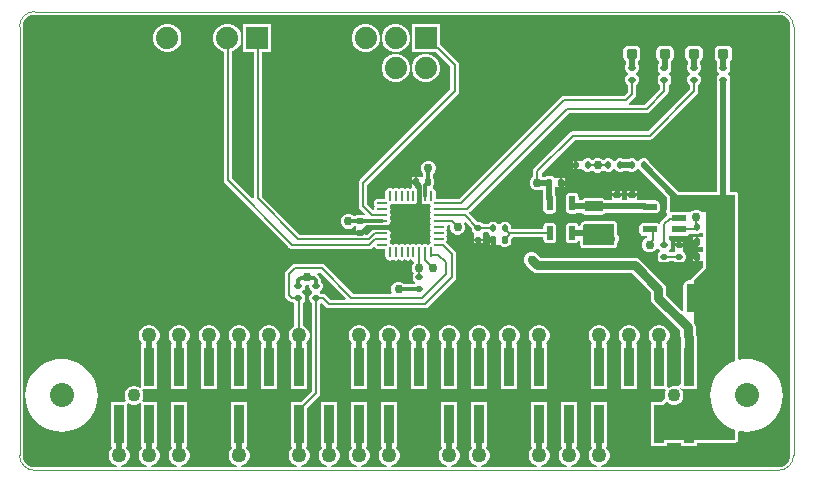
<source format=gtl>
G04*
G04 #@! TF.GenerationSoftware,Altium Limited,Altium Designer,22.2.1 (43)*
G04*
G04 Layer_Physical_Order=1*
G04 Layer_Color=255*
%FSLAX25Y25*%
%MOIN*%
G70*
G04*
G04 #@! TF.SameCoordinates,9D487286-0820-45C8-B7CC-BF608446F30D*
G04*
G04*
G04 #@! TF.FilePolarity,Positive*
G04*
G01*
G75*
%ADD15C,0.00800*%
%ADD17C,0.00100*%
G04:AMPARAMS|DCode=18|XSize=96.46mil|YSize=82.68mil|CornerRadius=8.27mil|HoleSize=0mil|Usage=FLASHONLY|Rotation=90.000|XOffset=0mil|YOffset=0mil|HoleType=Round|Shape=RoundedRectangle|*
%AMROUNDEDRECTD18*
21,1,0.09646,0.06614,0,0,90.0*
21,1,0.07992,0.08268,0,0,90.0*
1,1,0.01654,0.03307,0.03996*
1,1,0.01654,0.03307,-0.03996*
1,1,0.01654,-0.03307,-0.03996*
1,1,0.01654,-0.03307,0.03996*
%
%ADD18ROUNDEDRECTD18*%
G04:AMPARAMS|DCode=19|XSize=23.62mil|YSize=17.72mil|CornerRadius=4.43mil|HoleSize=0mil|Usage=FLASHONLY|Rotation=270.000|XOffset=0mil|YOffset=0mil|HoleType=Round|Shape=RoundedRectangle|*
%AMROUNDEDRECTD19*
21,1,0.02362,0.00886,0,0,270.0*
21,1,0.01476,0.01772,0,0,270.0*
1,1,0.00886,-0.00443,-0.00738*
1,1,0.00886,-0.00443,0.00738*
1,1,0.00886,0.00443,0.00738*
1,1,0.00886,0.00443,-0.00738*
%
%ADD19ROUNDEDRECTD19*%
G04:AMPARAMS|DCode=20|XSize=59.06mil|YSize=35.43mil|CornerRadius=1.77mil|HoleSize=0mil|Usage=FLASHONLY|Rotation=180.000|XOffset=0mil|YOffset=0mil|HoleType=Round|Shape=RoundedRectangle|*
%AMROUNDEDRECTD20*
21,1,0.05906,0.03189,0,0,180.0*
21,1,0.05551,0.03543,0,0,180.0*
1,1,0.00354,-0.02776,0.01595*
1,1,0.00354,0.02776,0.01595*
1,1,0.00354,0.02776,-0.01595*
1,1,0.00354,-0.02776,-0.01595*
%
%ADD20ROUNDEDRECTD20*%
G04:AMPARAMS|DCode=21|XSize=47.64mil|YSize=22.84mil|CornerRadius=2.85mil|HoleSize=0mil|Usage=FLASHONLY|Rotation=0.000|XOffset=0mil|YOffset=0mil|HoleType=Round|Shape=RoundedRectangle|*
%AMROUNDEDRECTD21*
21,1,0.04764,0.01713,0,0,0.0*
21,1,0.04193,0.02284,0,0,0.0*
1,1,0.00571,0.02097,-0.00856*
1,1,0.00571,-0.02097,-0.00856*
1,1,0.00571,-0.02097,0.00856*
1,1,0.00571,0.02097,0.00856*
%
%ADD21ROUNDEDRECTD21*%
G04:AMPARAMS|DCode=24|XSize=23.62mil|YSize=17.72mil|CornerRadius=4.43mil|HoleSize=0mil|Usage=FLASHONLY|Rotation=180.000|XOffset=0mil|YOffset=0mil|HoleType=Round|Shape=RoundedRectangle|*
%AMROUNDEDRECTD24*
21,1,0.02362,0.00886,0,0,180.0*
21,1,0.01476,0.01772,0,0,180.0*
1,1,0.00886,-0.00738,0.00443*
1,1,0.00886,0.00738,0.00443*
1,1,0.00886,0.00738,-0.00443*
1,1,0.00886,-0.00738,-0.00443*
%
%ADD24ROUNDEDRECTD24*%
G04:AMPARAMS|DCode=25|XSize=31.89mil|YSize=36.61mil|CornerRadius=4.78mil|HoleSize=0mil|Usage=FLASHONLY|Rotation=270.000|XOffset=0mil|YOffset=0mil|HoleType=Round|Shape=RoundedRectangle|*
%AMROUNDEDRECTD25*
21,1,0.03189,0.02705,0,0,270.0*
21,1,0.02232,0.03661,0,0,270.0*
1,1,0.00957,-0.01352,-0.01116*
1,1,0.00957,-0.01352,0.01116*
1,1,0.00957,0.01352,0.01116*
1,1,0.00957,0.01352,-0.01116*
%
%ADD25ROUNDEDRECTD25*%
%ADD26R,0.12205X0.12205*%
%ADD27O,0.03543X0.00984*%
%ADD28O,0.00984X0.03543*%
G04:AMPARAMS|DCode=29|XSize=47.64mil|YSize=22.84mil|CornerRadius=2.85mil|HoleSize=0mil|Usage=FLASHONLY|Rotation=90.000|XOffset=0mil|YOffset=0mil|HoleType=Round|Shape=RoundedRectangle|*
%AMROUNDEDRECTD29*
21,1,0.04764,0.01713,0,0,90.0*
21,1,0.04193,0.02284,0,0,90.0*
1,1,0.00571,0.00856,0.02097*
1,1,0.00571,0.00856,-0.02097*
1,1,0.00571,-0.00856,-0.02097*
1,1,0.00571,-0.00856,0.02097*
%
%ADD29ROUNDEDRECTD29*%
%ADD30R,0.03347X0.12795*%
G04:AMPARAMS|DCode=48|XSize=23.62mil|YSize=19.68mil|CornerRadius=4.92mil|HoleSize=0mil|Usage=FLASHONLY|Rotation=90.000|XOffset=0mil|YOffset=0mil|HoleType=Round|Shape=RoundedRectangle|*
%AMROUNDEDRECTD48*
21,1,0.02362,0.00984,0,0,90.0*
21,1,0.01378,0.01968,0,0,90.0*
1,1,0.00984,0.00492,0.00689*
1,1,0.00984,0.00492,-0.00689*
1,1,0.00984,-0.00492,-0.00689*
1,1,0.00984,-0.00492,0.00689*
%
%ADD48ROUNDEDRECTD48*%
G04:AMPARAMS|DCode=49|XSize=23.62mil|YSize=19.68mil|CornerRadius=4.92mil|HoleSize=0mil|Usage=FLASHONLY|Rotation=0.000|XOffset=0mil|YOffset=0mil|HoleType=Round|Shape=RoundedRectangle|*
%AMROUNDEDRECTD49*
21,1,0.02362,0.00984,0,0,0.0*
21,1,0.01378,0.01968,0,0,0.0*
1,1,0.00984,0.00689,-0.00492*
1,1,0.00984,-0.00689,-0.00492*
1,1,0.00984,-0.00689,0.00492*
1,1,0.00984,0.00689,0.00492*
%
%ADD49ROUNDEDRECTD49*%
%ADD50C,0.01500*%
%ADD51C,0.02000*%
%ADD52C,0.03000*%
%ADD53C,0.01200*%
%ADD54C,0.01968*%
%ADD55C,0.07400*%
%ADD56R,0.07400X0.07400*%
%ADD57C,0.08000*%
%ADD58C,0.04291*%
%ADD59C,0.03000*%
%ADD60C,0.05000*%
G36*
X354031Y251801D02*
X354992Y251403D01*
X355817Y250770D01*
X356450Y249945D01*
X356848Y248984D01*
X356979Y247990D01*
X356975Y247953D01*
Y105000D01*
X356979Y104963D01*
X356848Y103969D01*
X356450Y103008D01*
X355817Y102183D01*
X354992Y101550D01*
X354031Y101152D01*
X353037Y101021D01*
X353000Y101025D01*
X293795D01*
X293729Y101525D01*
X294524Y101739D01*
X295322Y102199D01*
X295974Y102851D01*
X296435Y103649D01*
X296673Y104539D01*
Y105461D01*
X296435Y106351D01*
X295974Y107149D01*
X295568Y107555D01*
X295775Y108055D01*
X295847D01*
Y122850D01*
X290500D01*
Y108055D01*
X290571D01*
X290779Y107555D01*
X290372Y107149D01*
X289912Y106351D01*
X289673Y105461D01*
Y104539D01*
X289912Y103649D01*
X290372Y102851D01*
X291024Y102199D01*
X291822Y101739D01*
X292617Y101525D01*
X292551Y101025D01*
X283795D01*
X283729Y101525D01*
X284524Y101739D01*
X285322Y102199D01*
X285974Y102851D01*
X286435Y103649D01*
X286673Y104539D01*
Y105461D01*
X286435Y106351D01*
X285974Y107149D01*
X285568Y107555D01*
X285775Y108055D01*
X285846D01*
Y122850D01*
X280500D01*
Y108055D01*
X280572D01*
X280779Y107555D01*
X280373Y107149D01*
X279912Y106351D01*
X279673Y105461D01*
Y104539D01*
X279912Y103649D01*
X280373Y102851D01*
X281024Y102199D01*
X281822Y101739D01*
X282617Y101525D01*
X282551Y101025D01*
X273795D01*
X273729Y101525D01*
X274524Y101739D01*
X275322Y102199D01*
X275974Y102851D01*
X276435Y103649D01*
X276673Y104539D01*
Y105461D01*
X276435Y106351D01*
X275974Y107149D01*
X275568Y107555D01*
X275775Y108055D01*
X275847D01*
Y122850D01*
X270500D01*
Y108055D01*
X270571D01*
X270779Y107555D01*
X270373Y107149D01*
X269912Y106351D01*
X269673Y105461D01*
Y104539D01*
X269912Y103649D01*
X270373Y102851D01*
X271024Y102199D01*
X271822Y101739D01*
X272617Y101525D01*
X272551Y101025D01*
X253795D01*
X253729Y101525D01*
X254524Y101739D01*
X255322Y102199D01*
X255974Y102851D01*
X256435Y103649D01*
X256673Y104539D01*
Y105461D01*
X256435Y106351D01*
X255974Y107149D01*
X255568Y107555D01*
X255775Y108055D01*
X255847D01*
Y122850D01*
X250500D01*
Y108055D01*
X250571D01*
X250779Y107555D01*
X250373Y107149D01*
X249912Y106351D01*
X249673Y105461D01*
Y104539D01*
X249912Y103649D01*
X250373Y102851D01*
X251024Y102199D01*
X251822Y101739D01*
X252617Y101525D01*
X252551Y101025D01*
X243795D01*
X243729Y101525D01*
X244524Y101739D01*
X245322Y102199D01*
X245974Y102851D01*
X246435Y103649D01*
X246673Y104539D01*
Y105461D01*
X246435Y106351D01*
X245974Y107149D01*
X245568Y107555D01*
X245775Y108055D01*
X245847D01*
Y122850D01*
X240500D01*
Y108055D01*
X240571D01*
X240779Y107555D01*
X240372Y107149D01*
X239912Y106351D01*
X239673Y105461D01*
Y104539D01*
X239912Y103649D01*
X240372Y102851D01*
X241024Y102199D01*
X241822Y101739D01*
X242617Y101525D01*
X242551Y101025D01*
X223795D01*
X223729Y101525D01*
X224524Y101739D01*
X225322Y102199D01*
X225974Y102851D01*
X226435Y103649D01*
X226673Y104539D01*
Y105461D01*
X226435Y106351D01*
X225974Y107149D01*
X225568Y107555D01*
X225775Y108055D01*
X225847D01*
Y122850D01*
X220500D01*
Y108055D01*
X220571D01*
X220779Y107555D01*
X220373Y107149D01*
X219912Y106351D01*
X219673Y105461D01*
Y104539D01*
X219912Y103649D01*
X220373Y102851D01*
X221024Y102199D01*
X221822Y101739D01*
X222617Y101525D01*
X222551Y101025D01*
X213795D01*
X213729Y101525D01*
X214524Y101739D01*
X215322Y102199D01*
X215974Y102851D01*
X216435Y103649D01*
X216673Y104539D01*
Y105461D01*
X216435Y106351D01*
X215974Y107149D01*
X215568Y107555D01*
X215775Y108055D01*
X215846D01*
Y122850D01*
X210500D01*
Y108055D01*
X210572D01*
X210779Y107555D01*
X210372Y107149D01*
X209912Y106351D01*
X209673Y105461D01*
Y104539D01*
X209912Y103649D01*
X210372Y102851D01*
X211024Y102199D01*
X211822Y101739D01*
X212617Y101525D01*
X212551Y101025D01*
X203795D01*
X203729Y101525D01*
X204524Y101739D01*
X205322Y102199D01*
X205974Y102851D01*
X206435Y103649D01*
X206673Y104539D01*
Y105461D01*
X206435Y106351D01*
X205974Y107149D01*
X205568Y107555D01*
X205775Y108055D01*
X205847D01*
Y122850D01*
X200500D01*
Y108055D01*
X200571D01*
X200779Y107555D01*
X200373Y107149D01*
X199912Y106351D01*
X199673Y105461D01*
Y104539D01*
X199912Y103649D01*
X200373Y102851D01*
X201024Y102199D01*
X201822Y101739D01*
X202617Y101525D01*
X202551Y101025D01*
X193795D01*
X193729Y101525D01*
X194524Y101739D01*
X195322Y102199D01*
X195974Y102851D01*
X196435Y103649D01*
X196673Y104539D01*
Y105461D01*
X196435Y106351D01*
X195974Y107149D01*
X195568Y107555D01*
X195775Y108055D01*
X195846D01*
Y120832D01*
X199828Y124813D01*
X199828Y124813D01*
X200138Y125277D01*
X200246Y125823D01*
X200246Y125823D01*
Y155610D01*
X200686Y155877D01*
X202061Y154502D01*
X202061Y154502D01*
X202524Y154193D01*
X203070Y154084D01*
X203070Y154084D01*
X235236D01*
X235236Y154084D01*
X235783Y154193D01*
X236246Y154502D01*
X245104Y163361D01*
X245104Y163361D01*
X245413Y163824D01*
X245522Y164370D01*
X245522Y164370D01*
Y172244D01*
X245413Y172790D01*
X245104Y173253D01*
X245104Y173254D01*
X242186Y176171D01*
X242161Y176299D01*
X242350Y176583D01*
X242466Y177165D01*
X242350Y177748D01*
X242082Y178150D01*
X242350Y178552D01*
X242466Y179134D01*
X242350Y179716D01*
X242082Y180118D01*
X242350Y180520D01*
X242466Y181102D01*
X242436Y181257D01*
X242753Y181643D01*
X243503D01*
X243563Y181584D01*
Y180605D01*
X243944Y179686D01*
X244647Y178983D01*
X245566Y178602D01*
X246560D01*
X247479Y178983D01*
X248182Y179686D01*
X248563Y180605D01*
Y181600D01*
X248182Y182518D01*
X248556Y182822D01*
X250743Y180636D01*
Y180297D01*
X250855Y179734D01*
X251174Y179257D01*
X251575Y178989D01*
Y177264D01*
X254331D01*
Y178989D01*
X254731Y179257D01*
X254758Y179297D01*
X256114D01*
X256359Y178930D01*
X256564Y178793D01*
X256693Y178347D01*
X256693Y178152D01*
Y177510D01*
X257480D01*
X257480Y178185D01*
X257874Y178408D01*
X258268Y178185D01*
Y175197D01*
X260116D01*
X260243Y175007D01*
X260737Y174677D01*
X261319Y174561D01*
X262303D01*
X262885Y174677D01*
X263379Y175007D01*
X263709Y175501D01*
X263825Y176083D01*
Y177013D01*
X264174Y177363D01*
X264391Y177687D01*
X274605D01*
Y177018D01*
X274705Y176516D01*
X274989Y176091D01*
X275414Y175807D01*
X275915Y175707D01*
X277628D01*
X278130Y175807D01*
X278555Y176091D01*
X278839Y176516D01*
X278939Y177018D01*
Y181211D01*
X278839Y181712D01*
X278555Y182137D01*
X278130Y182422D01*
X277628Y182521D01*
X275915D01*
X275414Y182422D01*
X274989Y182137D01*
X274705Y181712D01*
X274605Y181211D01*
Y180542D01*
X263757D01*
Y181447D01*
X263645Y182010D01*
X263326Y182487D01*
X262848Y182806D01*
X262285Y182918D01*
X261400D01*
X260837Y182806D01*
X260359Y182487D01*
X260092Y182087D01*
X259593D01*
X259326Y182487D01*
X258848Y182806D01*
X258285Y182918D01*
X257400D01*
X256837Y182806D01*
X256359Y182487D01*
X256135Y182152D01*
X254779D01*
X254731Y182223D01*
X254254Y182542D01*
X253691Y182654D01*
X252762D01*
X249940Y185477D01*
X249989Y185974D01*
X250025Y185998D01*
X283072Y219045D01*
X309055D01*
X309055Y219045D01*
X309601Y219154D01*
X310065Y219463D01*
X315970Y225369D01*
X315970Y225369D01*
X316279Y225832D01*
X316388Y226378D01*
Y228566D01*
X316739Y228800D01*
X317058Y229278D01*
X317170Y229840D01*
Y230726D01*
X317058Y231289D01*
X316739Y231767D01*
X316339Y232034D01*
Y232533D01*
X316739Y232800D01*
X317058Y233278D01*
X317170Y233840D01*
Y234184D01*
X317220Y234437D01*
Y236352D01*
X317599Y236605D01*
X317926Y237094D01*
X318041Y237671D01*
Y239903D01*
X317926Y240480D01*
X317599Y240969D01*
X317110Y241296D01*
X316533Y241411D01*
X313829D01*
X313252Y241296D01*
X312763Y240969D01*
X312436Y240480D01*
X312321Y239903D01*
Y237671D01*
X312436Y237094D01*
X312763Y236605D01*
X313142Y236352D01*
Y235706D01*
X312863Y235289D01*
X312751Y234726D01*
Y233840D01*
X312863Y233278D01*
X313182Y232800D01*
X313583Y232533D01*
Y232034D01*
X313182Y231767D01*
X312863Y231289D01*
X312751Y230726D01*
Y229840D01*
X312863Y229278D01*
X313182Y228800D01*
X313533Y228566D01*
Y226969D01*
X308464Y221900D01*
X303303D01*
X303151Y222400D01*
X303175Y222416D01*
X305143Y224384D01*
X305453Y224847D01*
X305561Y225394D01*
X305561Y225394D01*
Y228566D01*
X305912Y228800D01*
X306231Y229278D01*
X306343Y229840D01*
Y230726D01*
X306231Y231289D01*
X305912Y231767D01*
X305512Y232034D01*
Y232533D01*
X305912Y232800D01*
X306231Y233278D01*
X306343Y233840D01*
Y234726D01*
X306231Y235289D01*
X306173Y235377D01*
Y236502D01*
X306552Y236755D01*
X306879Y237244D01*
X306994Y237821D01*
Y240053D01*
X306879Y240630D01*
X306552Y241119D01*
X306063Y241446D01*
X305486Y241560D01*
X302782D01*
X302205Y241446D01*
X301716Y241119D01*
X301389Y240630D01*
X301274Y240053D01*
Y237821D01*
X301389Y237244D01*
X301716Y236755D01*
X302095Y236502D01*
Y235377D01*
X302036Y235289D01*
X301924Y234726D01*
Y233840D01*
X302036Y233278D01*
X302355Y232800D01*
X302756Y232533D01*
Y232034D01*
X302355Y231767D01*
X302036Y231289D01*
X301924Y230726D01*
Y229840D01*
X302036Y229278D01*
X302355Y228800D01*
X302706Y228566D01*
Y225985D01*
X301574Y224853D01*
X281496D01*
X281496Y224853D01*
X280950Y224744D01*
X280487Y224434D01*
X280487Y224434D01*
X246456Y190404D01*
X241417D01*
X240945Y190498D01*
X238726D01*
Y192717D01*
X238610Y193299D01*
X238281Y193792D01*
X237899Y194047D01*
X237783Y194161D01*
X237740Y194641D01*
X237894Y194871D01*
X238010Y195453D01*
Y196831D01*
X237894Y197413D01*
X237740Y197644D01*
Y198771D01*
X238340Y199371D01*
X238720Y200290D01*
Y201285D01*
X238340Y202203D01*
X237637Y202907D01*
X236718Y203287D01*
X235723D01*
X234804Y202907D01*
X234101Y202203D01*
X233720Y201285D01*
Y200290D01*
X234101Y199371D01*
X234477Y198995D01*
Y197939D01*
X234428Y197906D01*
X234301Y197716D01*
X232453D01*
Y194567D01*
X233605D01*
Y191437D01*
X233715Y190884D01*
Y190157D01*
X233831Y189575D01*
X234160Y189082D01*
X234654Y188752D01*
X235236Y188636D01*
X235818Y188752D01*
X236221Y189021D01*
X236623Y188752D01*
X236921Y188693D01*
X236980Y188394D01*
X237249Y187992D01*
X236980Y187590D01*
X236864Y187008D01*
X236980Y186426D01*
X237249Y186024D01*
X236980Y185622D01*
X236864Y185039D01*
X236980Y184457D01*
X237249Y184055D01*
X236980Y183653D01*
X236864Y183071D01*
X236980Y182489D01*
X237249Y182087D01*
X236980Y181685D01*
X236864Y181102D01*
X236980Y180520D01*
X237249Y180118D01*
X236980Y179716D01*
X236864Y179134D01*
X236980Y178552D01*
X237249Y178150D01*
X236980Y177748D01*
X236864Y177165D01*
X236980Y176583D01*
X237249Y176181D01*
X236980Y175779D01*
X236921Y175481D01*
X236623Y175421D01*
X236221Y175153D01*
X235818Y175421D01*
X235236Y175537D01*
X234654Y175421D01*
X234252Y175153D01*
X233850Y175421D01*
X233268Y175537D01*
X232685Y175421D01*
X232283Y175153D01*
X231881Y175421D01*
X231299Y175537D01*
X230717Y175421D01*
X230315Y175153D01*
X229913Y175421D01*
X229331Y175537D01*
X228748Y175421D01*
X228346Y175153D01*
X227944Y175421D01*
X227362Y175537D01*
X226780Y175421D01*
X226378Y175153D01*
X225976Y175421D01*
X225394Y175537D01*
X224812Y175421D01*
X224410Y175153D01*
X224007Y175421D01*
X223709Y175481D01*
X223650Y175779D01*
X223381Y176181D01*
X223650Y176583D01*
X223765Y177165D01*
X223650Y177748D01*
X223381Y178150D01*
X223650Y178552D01*
X223765Y179134D01*
X223650Y179716D01*
X223320Y180210D01*
X222826Y180539D01*
X222244Y180655D01*
X219685D01*
X219103Y180539D01*
X219083Y180526D01*
X218469D01*
X217922Y180417D01*
X217459Y180108D01*
X217459Y180108D01*
X215944Y178593D01*
X215158D01*
Y178740D01*
X214321D01*
Y178577D01*
X212844D01*
Y178740D01*
X212008D01*
Y178577D01*
X210709D01*
X210630Y178593D01*
X210630Y178593D01*
X193505D01*
X180876Y191221D01*
Y239394D01*
X183991D01*
Y248795D01*
X174591D01*
Y239394D01*
X178021D01*
Y190846D01*
X177521Y190639D01*
X170876Y197284D01*
Y239653D01*
X171106Y239715D01*
X172177Y240334D01*
X173052Y241209D01*
X173671Y242280D01*
X173991Y243476D01*
Y244713D01*
X173671Y245909D01*
X173052Y246980D01*
X172177Y247855D01*
X171106Y248474D01*
X169910Y248795D01*
X168673D01*
X167477Y248474D01*
X166405Y247855D01*
X165530Y246980D01*
X164912Y245909D01*
X164591Y244713D01*
Y243476D01*
X164912Y242280D01*
X165530Y241209D01*
X166405Y240334D01*
X167477Y239715D01*
X168021Y239569D01*
Y196693D01*
X168021Y196693D01*
X168130Y196147D01*
X168439Y195684D01*
X189936Y174188D01*
X190399Y173878D01*
X190945Y173769D01*
X190945Y173769D01*
X216547D01*
X216547Y173769D01*
X217093Y173878D01*
X217556Y174188D01*
X217838Y174469D01*
X218444Y174368D01*
X218609Y174121D01*
X219103Y173791D01*
X219685Y173676D01*
X221904D01*
Y171457D01*
X222020Y170875D01*
X222349Y170381D01*
X222843Y170051D01*
X223425Y169935D01*
X224007Y170051D01*
X224410Y170320D01*
X224812Y170051D01*
X225394Y169935D01*
X225976Y170051D01*
X226378Y170320D01*
X226780Y170051D01*
X227362Y169935D01*
X227944Y170051D01*
X228346Y170320D01*
X228748Y170051D01*
X229331Y169935D01*
X229913Y170051D01*
X230315Y170320D01*
X230717Y170051D01*
X231299Y169935D01*
X231625Y169525D01*
X231637Y169228D01*
X231148Y168739D01*
X230768Y167820D01*
Y166825D01*
X231148Y165907D01*
X231362Y165693D01*
X231170Y165408D01*
X231058Y164845D01*
Y163959D01*
X231170Y163396D01*
X231489Y162918D01*
X231890Y162651D01*
Y162152D01*
X231711Y162033D01*
X228314D01*
X227794Y162552D01*
X226875Y162933D01*
X225881D01*
X224962Y162552D01*
X224259Y161849D01*
X223878Y160930D01*
Y159936D01*
X224097Y159408D01*
X223763Y158908D01*
X211221D01*
X201797Y168332D01*
X201334Y168642D01*
X200787Y168750D01*
X200787Y168750D01*
X191929D01*
X191929Y168750D01*
X191383Y168642D01*
X190920Y168332D01*
X188951Y166364D01*
X188642Y165901D01*
X188533Y165354D01*
X188533Y165354D01*
Y158465D01*
X188533Y158465D01*
X188642Y157918D01*
X188951Y157455D01*
X189967Y156439D01*
X189967Y156439D01*
X190430Y156130D01*
X190976Y156021D01*
X190976Y156021D01*
X191098D01*
X191135Y155966D01*
X191612Y155647D01*
X191616Y155646D01*
Y148142D01*
X191024Y147801D01*
X190373Y147149D01*
X189912Y146351D01*
X189673Y145461D01*
Y144539D01*
X189912Y143649D01*
X190373Y142851D01*
X190779Y142445D01*
X190571Y141945D01*
X190500D01*
Y127150D01*
X195846D01*
Y141945D01*
X195775D01*
X195568Y142445D01*
X195974Y142851D01*
X196435Y143649D01*
X196673Y144539D01*
Y145461D01*
X196435Y146351D01*
X195974Y147149D01*
X195322Y147801D01*
X194524Y148261D01*
X194471Y148276D01*
Y155818D01*
X194692Y155966D01*
X195011Y156443D01*
X195123Y157006D01*
Y157892D01*
X195011Y158455D01*
X194692Y158932D01*
X194291Y159200D01*
Y159698D01*
X194692Y159966D01*
X195011Y160443D01*
X195123Y161006D01*
Y161431D01*
X195369Y161870D01*
X196363D01*
X196609Y161431D01*
Y161006D01*
X196721Y160443D01*
X197040Y159966D01*
X197441Y159698D01*
Y159200D01*
X197040Y158932D01*
X196721Y158455D01*
X196609Y157892D01*
Y157006D01*
X196721Y156443D01*
X197040Y155966D01*
X197391Y155731D01*
Y126414D01*
X193828Y122850D01*
X190500D01*
Y108055D01*
X190571D01*
X190779Y107555D01*
X190373Y107149D01*
X189912Y106351D01*
X189673Y105461D01*
Y104539D01*
X189912Y103649D01*
X190373Y102851D01*
X191024Y102199D01*
X191822Y101739D01*
X192617Y101525D01*
X192551Y101025D01*
X173795D01*
X173729Y101525D01*
X174524Y101739D01*
X175322Y102199D01*
X175974Y102851D01*
X176435Y103649D01*
X176673Y104539D01*
Y105461D01*
X176435Y106351D01*
X175974Y107149D01*
X175568Y107555D01*
X175775Y108055D01*
X175847D01*
Y122850D01*
X170500D01*
Y108055D01*
X170571D01*
X170779Y107555D01*
X170372Y107149D01*
X169912Y106351D01*
X169673Y105461D01*
Y104539D01*
X169912Y103649D01*
X170372Y102851D01*
X171024Y102199D01*
X171822Y101739D01*
X172617Y101525D01*
X172551Y101025D01*
X153795D01*
X153729Y101525D01*
X154524Y101739D01*
X155322Y102199D01*
X155974Y102851D01*
X156435Y103649D01*
X156673Y104539D01*
Y105461D01*
X156435Y106351D01*
X155974Y107149D01*
X155568Y107555D01*
X155775Y108055D01*
X155847D01*
Y122850D01*
X150500D01*
Y108055D01*
X150572D01*
X150779Y107555D01*
X150373Y107149D01*
X149912Y106351D01*
X149673Y105461D01*
Y104539D01*
X149912Y103649D01*
X150373Y102851D01*
X151024Y102199D01*
X151822Y101739D01*
X152617Y101525D01*
X152551Y101025D01*
X143795D01*
X143729Y101525D01*
X144524Y101739D01*
X145322Y102199D01*
X145974Y102851D01*
X146435Y103649D01*
X146673Y104539D01*
Y105461D01*
X146435Y106351D01*
X145974Y107149D01*
X145568Y107555D01*
X145775Y108055D01*
X145846D01*
Y122850D01*
X141142D01*
X140853Y123350D01*
X141104Y123786D01*
X141319Y124586D01*
Y125414D01*
X141104Y126214D01*
X140853Y126650D01*
X141142Y127150D01*
X145846D01*
Y141945D01*
X145775D01*
X145568Y142445D01*
X145974Y142851D01*
X146435Y143649D01*
X146673Y144539D01*
Y145461D01*
X146435Y146351D01*
X145974Y147149D01*
X145322Y147801D01*
X144524Y148261D01*
X143634Y148500D01*
X142712D01*
X141822Y148261D01*
X141024Y147801D01*
X140373Y147149D01*
X139912Y146351D01*
X139673Y145461D01*
Y144539D01*
X139912Y143649D01*
X140373Y142851D01*
X140779Y142445D01*
X140571Y141945D01*
X140500D01*
Y127829D01*
X140339Y127702D01*
X140000Y127578D01*
X139387Y127931D01*
X138587Y128146D01*
X137759D01*
X136959Y127931D01*
X136242Y127517D01*
X135656Y126932D01*
X135242Y126214D01*
X135028Y125414D01*
Y124586D01*
X135242Y123786D01*
X135493Y123350D01*
X135205Y122850D01*
X130500D01*
Y108055D01*
X130571D01*
X130779Y107555D01*
X130373Y107149D01*
X129912Y106351D01*
X129673Y105461D01*
Y104539D01*
X129912Y103649D01*
X130373Y102851D01*
X131024Y102199D01*
X131822Y101739D01*
X132617Y101525D01*
X132551Y101025D01*
X105000D01*
X104963Y101021D01*
X103969Y101152D01*
X103008Y101550D01*
X102183Y102183D01*
X101550Y103008D01*
X101152Y103969D01*
X101021Y104963D01*
X101025Y105000D01*
Y247953D01*
X101021Y247990D01*
X101152Y248984D01*
X101550Y249945D01*
X102183Y250770D01*
X103008Y251403D01*
X103969Y251801D01*
X104963Y251932D01*
X105000Y251927D01*
X353000D01*
X353037Y251932D01*
X354031Y251801D01*
D02*
G37*
G36*
X208690Y157401D02*
X208499Y156939D01*
X203661D01*
X202142Y158458D01*
X201679Y158768D01*
X201133Y158876D01*
X201133Y158876D01*
X200635D01*
X200597Y158932D01*
X200197Y159200D01*
Y159698D01*
X200597Y159966D01*
X200916Y160443D01*
X201028Y161006D01*
Y161892D01*
X200916Y162455D01*
X200597Y162932D01*
X200450Y163030D01*
Y163461D01*
X200326Y164085D01*
X199972Y164614D01*
X199191Y165395D01*
X199195Y165466D01*
X199351Y165895D01*
X200196D01*
X208690Y157401D01*
D02*
G37*
G36*
X140339Y122298D02*
X140500Y122171D01*
Y108055D01*
X140571D01*
X140779Y107555D01*
X140373Y107149D01*
X139912Y106351D01*
X139673Y105461D01*
Y104539D01*
X139912Y103649D01*
X140373Y102851D01*
X141024Y102199D01*
X141822Y101739D01*
X142617Y101525D01*
X142551Y101025D01*
X133795D01*
X133729Y101525D01*
X134524Y101739D01*
X135322Y102199D01*
X135974Y102851D01*
X136435Y103649D01*
X136673Y104539D01*
Y105461D01*
X136435Y106351D01*
X135974Y107149D01*
X135568Y107555D01*
X135775Y108055D01*
X135846D01*
Y122171D01*
X136008Y122298D01*
X136346Y122422D01*
X136959Y122069D01*
X137759Y121854D01*
X138587D01*
X139387Y122069D01*
X140000Y122422D01*
X140339Y122298D01*
D02*
G37*
%LPC*%
G36*
X226012Y248795D02*
X224775D01*
X223580Y248474D01*
X222508Y247855D01*
X221633Y246980D01*
X221014Y245909D01*
X220694Y244713D01*
Y243476D01*
X221014Y242280D01*
X221633Y241209D01*
X222508Y240334D01*
X223580Y239715D01*
X224775Y239394D01*
X226012D01*
X227208Y239715D01*
X228280Y240334D01*
X229155Y241209D01*
X229773Y242280D01*
X230094Y243476D01*
Y244713D01*
X229773Y245909D01*
X229155Y246980D01*
X228280Y247855D01*
X227208Y248474D01*
X226012Y248795D01*
D02*
G37*
G36*
X216013D02*
X214775D01*
X213580Y248474D01*
X212508Y247855D01*
X211633Y246980D01*
X211014Y245909D01*
X210694Y244713D01*
Y243476D01*
X211014Y242280D01*
X211633Y241209D01*
X212508Y240334D01*
X213580Y239715D01*
X214775Y239394D01*
X216013D01*
X217208Y239715D01*
X218280Y240334D01*
X219155Y241209D01*
X219773Y242280D01*
X220094Y243476D01*
Y244713D01*
X219773Y245909D01*
X219155Y246980D01*
X218280Y247855D01*
X217208Y248474D01*
X216013Y248795D01*
D02*
G37*
G36*
X149910D02*
X148673D01*
X147477Y248474D01*
X146405Y247855D01*
X145530Y246980D01*
X144912Y245909D01*
X144591Y244713D01*
Y243476D01*
X144912Y242280D01*
X145530Y241209D01*
X146405Y240334D01*
X147477Y239715D01*
X148673Y239394D01*
X149910D01*
X151105Y239715D01*
X152177Y240334D01*
X153052Y241209D01*
X153671Y242280D01*
X153991Y243476D01*
Y244713D01*
X153671Y245909D01*
X153052Y246980D01*
X152177Y247855D01*
X151105Y248474D01*
X149910Y248795D01*
D02*
G37*
G36*
X236013Y238794D02*
X234775D01*
X233580Y238474D01*
X232508Y237855D01*
X231633Y236980D01*
X231014Y235909D01*
X230694Y234713D01*
Y233476D01*
X231014Y232280D01*
X231633Y231209D01*
X232508Y230334D01*
X233580Y229715D01*
X234775Y229395D01*
X236013D01*
X237208Y229715D01*
X238280Y230334D01*
X239155Y231209D01*
X239773Y232280D01*
X240094Y233476D01*
Y234713D01*
X239773Y235909D01*
X239155Y236980D01*
X238280Y237855D01*
X237208Y238474D01*
X236013Y238794D01*
D02*
G37*
G36*
X226012D02*
X224775D01*
X223580Y238474D01*
X222508Y237855D01*
X221633Y236980D01*
X221014Y235909D01*
X220694Y234713D01*
Y233476D01*
X221014Y232280D01*
X221633Y231209D01*
X222508Y230334D01*
X223580Y229715D01*
X224775Y229395D01*
X226012D01*
X227208Y229715D01*
X228280Y230334D01*
X229155Y231209D01*
X229773Y232280D01*
X230094Y233476D01*
Y234713D01*
X229773Y235909D01*
X229155Y236980D01*
X228280Y237855D01*
X227208Y238474D01*
X226012Y238794D01*
D02*
G37*
G36*
X326155Y241560D02*
X323451D01*
X322874Y241446D01*
X322385Y241119D01*
X322058Y240630D01*
X321943Y240053D01*
Y237821D01*
X322058Y237244D01*
X322385Y236755D01*
X322764Y236502D01*
Y235377D01*
X322706Y235289D01*
X322594Y234726D01*
Y233840D01*
X322706Y233278D01*
X323025Y232800D01*
X323425Y232533D01*
Y232034D01*
X323025Y231767D01*
X322706Y231289D01*
X322594Y230726D01*
Y229840D01*
X322706Y229278D01*
X323025Y228800D01*
X323376Y228566D01*
Y226969D01*
X309448Y213042D01*
X284449D01*
X283903Y212933D01*
X283439Y212624D01*
X283439Y212624D01*
X271628Y200813D01*
X271319Y200349D01*
X271210Y199803D01*
X271210Y199803D01*
Y197974D01*
X270518Y197282D01*
X270138Y196363D01*
Y195369D01*
X270518Y194450D01*
X271222Y193747D01*
X272141Y193366D01*
X273135D01*
X274054Y193747D01*
X274536Y193589D01*
Y190433D01*
X274605Y190086D01*
Y186900D01*
X274705Y186398D01*
X274989Y185973D01*
X275414Y185689D01*
X275915Y185589D01*
X277628D01*
X278130Y185689D01*
X278555Y185973D01*
X278839Y186398D01*
X278939Y186900D01*
Y191093D01*
X278839Y191594D01*
X278614Y191930D01*
Y194291D01*
X280118D01*
Y197441D01*
X278270D01*
X278143Y197631D01*
X277649Y197961D01*
X277067Y198076D01*
X276083D01*
X275500Y197961D01*
X275418Y197905D01*
X274134D01*
X274065Y197974D01*
Y199212D01*
X285040Y210187D01*
X310039D01*
X310039Y210187D01*
X310586Y210295D01*
X311049Y210605D01*
X325813Y225369D01*
X325813Y225369D01*
X326122Y225832D01*
X326231Y226378D01*
X326231Y226378D01*
Y228566D01*
X326582Y228800D01*
X326901Y229278D01*
X327012Y229840D01*
Y230726D01*
X326901Y231289D01*
X326582Y231767D01*
X326181Y232034D01*
Y232533D01*
X326582Y232800D01*
X326901Y233278D01*
X327012Y233840D01*
Y234726D01*
X326901Y235289D01*
X326842Y235377D01*
Y236502D01*
X327221Y236755D01*
X327548Y237244D01*
X327663Y237821D01*
Y240053D01*
X327548Y240630D01*
X327221Y241119D01*
X326732Y241446D01*
X326155Y241560D01*
D02*
G37*
G36*
X284992Y203150D02*
X284402D01*
Y202362D01*
X284992D01*
Y203150D01*
D02*
G37*
G36*
Y201181D02*
X284402D01*
Y200394D01*
X284992D01*
Y201181D01*
D02*
G37*
G36*
X231665Y197716D02*
X230878D01*
Y196880D01*
X231665D01*
Y197716D01*
D02*
G37*
G36*
X281693Y197490D02*
X280906D01*
Y196604D01*
X281693D01*
Y197490D01*
D02*
G37*
G36*
Y195128D02*
X280906D01*
Y194291D01*
X281693D01*
Y195128D01*
D02*
G37*
G36*
X335998Y241560D02*
X333293D01*
X332716Y241446D01*
X332227Y241119D01*
X331901Y240630D01*
X331786Y240053D01*
Y237821D01*
X331901Y237244D01*
X332227Y236755D01*
X332607Y236502D01*
Y235377D01*
X332548Y235289D01*
X332436Y234726D01*
Y233840D01*
X332548Y233278D01*
X332867Y232800D01*
X333268Y232533D01*
Y232034D01*
X332867Y231767D01*
X332548Y231289D01*
X332436Y230726D01*
Y229840D01*
X332548Y229278D01*
X332607Y229190D01*
Y192949D01*
X319742D01*
X309976Y202715D01*
X309905Y203073D01*
X309586Y203550D01*
X309108Y203869D01*
X308545Y203981D01*
X307660D01*
X307097Y203869D01*
X306619Y203550D01*
X306351Y203150D01*
X305853D01*
X305586Y203550D01*
X305108Y203869D01*
X304545Y203981D01*
X303660D01*
X303097Y203869D01*
X303009Y203811D01*
X301321D01*
X301234Y203869D01*
X300671Y203981D01*
X299785D01*
X299222Y203869D01*
X298745Y203550D01*
X298478Y203150D01*
X297979D01*
X297711Y203550D01*
X297234Y203869D01*
X296671Y203981D01*
X295785D01*
X295222Y203869D01*
X294745Y203550D01*
X294588Y203535D01*
X294231Y203891D01*
X293312Y204272D01*
X292318D01*
X291399Y203891D01*
X291042Y203535D01*
X290885Y203550D01*
X290407Y203869D01*
X289844Y203981D01*
X288959D01*
X288396Y203869D01*
X287918Y203550D01*
X287651Y203150D01*
X285925D01*
Y200394D01*
X287651D01*
X287918Y199993D01*
X288396Y199674D01*
X288959Y199562D01*
X289844D01*
X290407Y199674D01*
X290885Y199993D01*
X291042Y200009D01*
X291399Y199652D01*
X292318Y199272D01*
X293312D01*
X294231Y199652D01*
X294588Y200009D01*
X294745Y199993D01*
X295222Y199674D01*
X295785Y199562D01*
X296671D01*
X297234Y199674D01*
X297711Y199993D01*
X297979Y200394D01*
X298478D01*
X298745Y199993D01*
X299222Y199674D01*
X299785Y199562D01*
X300671D01*
X301234Y199674D01*
X301321Y199732D01*
X303009D01*
X303097Y199674D01*
X303660Y199562D01*
X304545D01*
X305108Y199674D01*
X305586Y199993D01*
X305853Y200394D01*
X306351D01*
X306619Y199993D01*
X307097Y199674D01*
X307287Y199636D01*
X315910Y191014D01*
Y187195D01*
X315873Y187158D01*
X315652Y186828D01*
X315575Y186437D01*
X315652Y186047D01*
X315873Y185716D01*
X315950Y185640D01*
X315887Y184996D01*
X315779Y184924D01*
X313951Y183096D01*
X313642Y182633D01*
X313560Y182223D01*
X313169Y182095D01*
X313043Y182098D01*
X312618Y182382D01*
X312116Y182482D01*
X307923D01*
X307422Y182382D01*
X306996Y182098D01*
X306712Y181673D01*
X306613Y181171D01*
Y179459D01*
X306712Y178957D01*
X306996Y178532D01*
X307422Y178248D01*
X307923Y178148D01*
X309325D01*
X309424Y177648D01*
X308623Y177316D01*
X307920Y176613D01*
X307539Y175694D01*
Y174700D01*
X307920Y173781D01*
X308623Y173077D01*
X309542Y172697D01*
X310537D01*
X311455Y173077D01*
X312159Y173781D01*
X312350Y174241D01*
X312767Y174226D01*
X312875Y174204D01*
X313182Y173745D01*
X313583Y173477D01*
Y172979D01*
X313182Y172712D01*
X312863Y172234D01*
X312751Y171671D01*
Y170785D01*
X312863Y170222D01*
X313182Y169745D01*
X313659Y169426D01*
X314222Y169314D01*
X315699D01*
X316262Y169426D01*
X316739Y169745D01*
X316776Y169801D01*
X318066D01*
X318103Y169745D01*
X318581Y169426D01*
X319144Y169314D01*
X320620D01*
X321183Y169426D01*
X321660Y169745D01*
X321979Y170222D01*
X322091Y170785D01*
Y171671D01*
X321979Y172234D01*
X321660Y172712D01*
X321260Y172979D01*
Y174705D01*
X318504D01*
Y172979D01*
X318103Y172712D01*
X318066Y172656D01*
X316776D01*
X316739Y172712D01*
X316339Y172979D01*
Y173477D01*
X316739Y173745D01*
X317058Y174222D01*
X317170Y174785D01*
Y175671D01*
X317058Y176234D01*
X316739Y176711D01*
X316388Y176946D01*
Y178366D01*
X316826Y178514D01*
X316888Y178525D01*
X317304Y178248D01*
X317805Y178148D01*
X321998D01*
X322500Y178248D01*
X322925Y178532D01*
X323162Y178887D01*
X325272D01*
X325272Y178887D01*
X325322Y178898D01*
X325344Y178893D01*
X326230D01*
X326793Y179005D01*
X327185Y179267D01*
X327500Y179170D01*
X327685Y179045D01*
Y177756D01*
X326181D01*
Y174606D01*
X327685D01*
Y172835D01*
X326181D01*
Y169685D01*
X327685D01*
Y167710D01*
X324082Y164107D01*
X323861Y163776D01*
X323784Y163386D01*
Y163339D01*
X323169D01*
X322457Y163197D01*
X321852Y162793D01*
X321448Y162189D01*
X321307Y161476D01*
Y153484D01*
X321308Y153476D01*
X320848Y153230D01*
X315541Y158536D01*
Y160433D01*
X315347Y161408D01*
X314794Y162235D01*
X306921Y170109D01*
X306094Y170662D01*
X305118Y170856D01*
X273694D01*
X272472Y172078D01*
X272263Y172218D01*
X272085Y172395D01*
X271853Y172491D01*
X271645Y172631D01*
X271398Y172679D01*
X271167Y172776D01*
X270916D01*
X270669Y172825D01*
X270423Y172776D01*
X270172D01*
X269940Y172679D01*
X269694Y172631D01*
X269485Y172491D01*
X269253Y172395D01*
X269076Y172218D01*
X268867Y172078D01*
X268727Y171869D01*
X268550Y171692D01*
X268454Y171460D01*
X268314Y171251D01*
X268265Y171005D01*
X268169Y170773D01*
Y170522D01*
X268120Y170276D01*
X268169Y170029D01*
Y169778D01*
X268265Y169546D01*
X268314Y169300D01*
X268454Y169091D01*
X268550Y168859D01*
X268727Y168682D01*
X268867Y168473D01*
X270835Y166505D01*
X271662Y165952D01*
X272638Y165758D01*
X304062D01*
X310443Y159377D01*
Y157480D01*
X310637Y156505D01*
X311190Y155678D01*
X320286Y146582D01*
Y144685D01*
X320335Y144439D01*
Y144188D01*
X320431Y143956D01*
X320480Y143710D01*
X320619Y143501D01*
X320624Y143489D01*
Y141945D01*
X320500D01*
Y128908D01*
X320110Y128830D01*
X319779Y128609D01*
X319396Y128226D01*
X319227Y127974D01*
X318587Y128146D01*
X317759D01*
X316959Y127931D01*
X316347Y127578D01*
X316008Y127702D01*
X315846Y127829D01*
Y141945D01*
X315775D01*
X315568Y142445D01*
X315974Y142851D01*
X316435Y143649D01*
X316673Y144539D01*
Y145461D01*
X316435Y146351D01*
X315974Y147149D01*
X315322Y147801D01*
X314524Y148261D01*
X313634Y148500D01*
X312713D01*
X311822Y148261D01*
X311024Y147801D01*
X310372Y147149D01*
X309912Y146351D01*
X309673Y145461D01*
Y144539D01*
X309912Y143649D01*
X310372Y142851D01*
X310779Y142445D01*
X310572Y141945D01*
X310500D01*
Y127150D01*
X315205D01*
X315493Y126650D01*
X315242Y126214D01*
X315028Y125414D01*
Y124586D01*
X315199Y123946D01*
X314947Y123777D01*
X314020Y122850D01*
X310500D01*
Y108055D01*
X315846D01*
Y109217D01*
X320500D01*
Y108055D01*
X325847D01*
Y109217D01*
X338583D01*
X338973Y109294D01*
X339304Y109515D01*
X339525Y109846D01*
X339602Y110236D01*
Y112843D01*
X339995Y113153D01*
X340453Y113043D01*
X342347Y112894D01*
X344240Y113043D01*
X346087Y113487D01*
X347843Y114214D01*
X349462Y115206D01*
X350907Y116440D01*
X352140Y117884D01*
X353133Y119504D01*
X353860Y121259D01*
X354303Y123106D01*
X354452Y125000D01*
X354303Y126894D01*
X353860Y128741D01*
X353133Y130496D01*
X352140Y132116D01*
X350907Y133560D01*
X349462Y134794D01*
X347843Y135787D01*
X346087Y136513D01*
X344240Y136957D01*
X342347Y137106D01*
X340453Y136957D01*
X339995Y136847D01*
X339602Y137157D01*
Y191929D01*
X339525Y192319D01*
X339304Y192650D01*
X338973Y192871D01*
X338583Y192949D01*
X336685D01*
Y229190D01*
X336743Y229278D01*
X336855Y229840D01*
Y230726D01*
X336743Y231289D01*
X336424Y231767D01*
X336024Y232034D01*
Y232533D01*
X336424Y232800D01*
X336743Y233278D01*
X336855Y233840D01*
Y234726D01*
X336743Y235289D01*
X336685Y235377D01*
Y236502D01*
X337064Y236755D01*
X337391Y237244D01*
X337505Y237821D01*
Y240053D01*
X337391Y240630D01*
X337064Y241119D01*
X336575Y241446D01*
X335998Y241560D01*
D02*
G37*
G36*
X305709Y193110D02*
X304872D01*
Y192323D01*
X305709D01*
Y193110D01*
D02*
G37*
G36*
X303396D02*
X302510D01*
Y192323D01*
X303396D01*
Y193110D01*
D02*
G37*
G36*
X300787D02*
X299951D01*
Y192323D01*
X300787D01*
Y193110D01*
D02*
G37*
G36*
X298474D02*
X297589D01*
Y192323D01*
X298474D01*
Y193110D01*
D02*
G37*
G36*
X240094Y248795D02*
X230694D01*
Y239394D01*
X238556D01*
X238694Y239367D01*
X238929D01*
X243651Y234645D01*
Y226969D01*
X213558Y196876D01*
X213248Y196412D01*
X213140Y195866D01*
X213140Y195866D01*
Y187992D01*
X213140Y187992D01*
X213248Y187446D01*
X213558Y186983D01*
X215205Y185335D01*
X214887Y184947D01*
X214854Y184968D01*
X214272Y185084D01*
X212894D01*
X212312Y184968D01*
X211913Y184702D01*
X211550D01*
X211062Y185190D01*
X210143Y185571D01*
X209148D01*
X208229Y185190D01*
X207526Y184487D01*
X207146Y183568D01*
Y182574D01*
X207526Y181655D01*
X208229Y180951D01*
X209148Y180571D01*
X210143D01*
X211062Y180951D01*
X211523Y181413D01*
X212008Y181338D01*
Y179528D01*
X215158D01*
Y181376D01*
X215252Y181439D01*
X220965D01*
X221518Y181550D01*
X222244D01*
X222826Y181665D01*
X223320Y181995D01*
X223650Y182489D01*
X223765Y183071D01*
X223650Y183653D01*
X223381Y184055D01*
X223650Y184457D01*
X223765Y185039D01*
X223650Y185622D01*
X223381Y186024D01*
X223650Y186426D01*
X223765Y187008D01*
X223650Y187590D01*
X223381Y187992D01*
X223650Y188394D01*
X223709Y188693D01*
X224007Y188752D01*
X224410Y189021D01*
X224812Y188752D01*
X225394Y188636D01*
X225976Y188752D01*
X226378Y189021D01*
X226780Y188752D01*
X227362Y188636D01*
X227944Y188752D01*
X228346Y189021D01*
X228748Y188752D01*
X229331Y188636D01*
X229913Y188752D01*
X230315Y189021D01*
X230717Y188752D01*
X231299Y188636D01*
X231881Y188752D01*
X232375Y189082D01*
X232705Y189575D01*
X232821Y190157D01*
Y192717D01*
X232705Y193299D01*
X232375Y193792D01*
X231895Y194113D01*
X231775Y194324D01*
X231665Y194533D01*
X231665Y194675D01*
Y195404D01*
X230878D01*
X230878Y194570D01*
X230797Y194344D01*
X230692Y194120D01*
X230226Y193913D01*
X229913Y194122D01*
X229331Y194238D01*
X228748Y194122D01*
X228346Y193853D01*
X227944Y194122D01*
X227362Y194238D01*
X226780Y194122D01*
X226378Y193853D01*
X225976Y194122D01*
X225394Y194238D01*
X224812Y194122D01*
X224410Y193853D01*
X224007Y194122D01*
X223425Y194238D01*
X222843Y194122D01*
X222349Y193792D01*
X222020Y193299D01*
X221904Y192717D01*
Y190498D01*
X219685D01*
X219103Y190382D01*
X218609Y190052D01*
X218280Y189559D01*
X218164Y188976D01*
X218280Y188394D01*
X218548Y187992D01*
X218280Y187590D01*
X218182Y187102D01*
X217904Y186952D01*
X217675Y186903D01*
X215994Y188583D01*
Y195275D01*
X246088Y225369D01*
X246088Y225369D01*
X246397Y225832D01*
X246506Y226378D01*
X246506Y226378D01*
Y235236D01*
X246506Y235236D01*
X246397Y235783D01*
X246088Y236246D01*
X246088Y236246D01*
X240530Y241804D01*
X240094Y242095D01*
Y248795D01*
D02*
G37*
G36*
X285108Y192403D02*
X283396D01*
X282894Y192303D01*
X282469Y192019D01*
X282185Y191594D01*
X282085Y191093D01*
Y186900D01*
X282185Y186398D01*
X282469Y185973D01*
X282894Y185689D01*
X283396Y185589D01*
X285108D01*
X285610Y185689D01*
X286005Y185953D01*
X287451D01*
X287454Y185938D01*
X287714Y185549D01*
X288104Y185289D01*
X288563Y185197D01*
X294114D01*
X294573Y185289D01*
X294963Y185549D01*
X295223Y185938D01*
X295226Y185953D01*
X299031D01*
X299122Y185971D01*
X299213Y185953D01*
X307085D01*
X307422Y185728D01*
X307923Y185628D01*
X312116D01*
X312618Y185728D01*
X313043Y186012D01*
X313327Y186437D01*
X313427Y186939D01*
Y188652D01*
X313327Y189153D01*
X313043Y189578D01*
X312618Y189862D01*
X312116Y189962D01*
X308930D01*
X308583Y190031D01*
X305709D01*
Y191535D01*
X302559D01*
Y190031D01*
X300787D01*
Y191535D01*
X297638D01*
Y190031D01*
X295226D01*
X295223Y190046D01*
X294963Y190435D01*
X294573Y190696D01*
X294114Y190787D01*
X288563D01*
X288104Y190696D01*
X287714Y190435D01*
X287454Y190046D01*
X287451Y190031D01*
X286419D01*
Y191093D01*
X286319Y191594D01*
X286035Y192019D01*
X285610Y192303D01*
X285108Y192403D01*
D02*
G37*
G36*
X298228Y183106D02*
X288386D01*
X287996Y183029D01*
X287665Y182808D01*
X287233Y182376D01*
X287012Y182045D01*
X286934Y181655D01*
Y181153D01*
X286419D01*
Y181211D01*
X286319Y181712D01*
X286035Y182137D01*
X285610Y182422D01*
X285108Y182521D01*
X283396D01*
X282894Y182422D01*
X282469Y182137D01*
X282185Y181712D01*
X282085Y181211D01*
Y177018D01*
X282185Y176516D01*
X282469Y176091D01*
X282894Y175807D01*
X283396Y175707D01*
X285108D01*
X285610Y175807D01*
X286035Y176091D01*
X286319Y176516D01*
X286370Y176772D01*
X286870Y176723D01*
Y176668D01*
X286934Y176513D01*
Y175046D01*
X287012Y174656D01*
X287233Y174325D01*
X287564Y174104D01*
X287954Y174026D01*
X298077D01*
X298468Y174104D01*
X298798Y174325D01*
X298949Y174476D01*
X299170Y174807D01*
X299248Y175197D01*
Y175634D01*
X299363Y175749D01*
X299744Y176668D01*
Y177663D01*
X299363Y178582D01*
X299248Y178697D01*
Y182087D01*
X299170Y182477D01*
X298949Y182808D01*
X298619Y183029D01*
X298228Y183106D01*
D02*
G37*
G36*
X325394Y177756D02*
X324606D01*
Y176919D01*
X325394D01*
Y177756D01*
D02*
G37*
G36*
X254346Y176331D02*
X253559D01*
Y175740D01*
X254346D01*
Y176331D01*
D02*
G37*
G36*
X252362D02*
X251575D01*
Y175740D01*
X252362D01*
Y176331D01*
D02*
G37*
G36*
X321260Y176228D02*
X320472D01*
Y175638D01*
X321260D01*
Y176228D01*
D02*
G37*
G36*
X319276D02*
X318488D01*
Y175638D01*
X319276D01*
Y176228D01*
D02*
G37*
G36*
X257480Y176033D02*
X256693D01*
Y175148D01*
X257480D01*
Y176033D01*
D02*
G37*
G36*
X325394Y175443D02*
X324606D01*
Y174557D01*
X325394D01*
Y175443D01*
D02*
G37*
G36*
Y172835D02*
X324606D01*
Y171998D01*
X325394D01*
Y172835D01*
D02*
G37*
G36*
Y170522D02*
X324606D01*
Y169636D01*
X325394D01*
Y170522D01*
D02*
G37*
G36*
X303634Y148500D02*
X302712D01*
X301822Y148261D01*
X301024Y147801D01*
X300373Y147149D01*
X299912Y146351D01*
X299673Y145461D01*
Y144539D01*
X299912Y143649D01*
X300373Y142851D01*
X300779Y142445D01*
X300571Y141945D01*
X300500D01*
Y127150D01*
X305847D01*
Y141945D01*
X305775D01*
X305568Y142445D01*
X305974Y142851D01*
X306435Y143649D01*
X306673Y144539D01*
Y145461D01*
X306435Y146351D01*
X305974Y147149D01*
X305322Y147801D01*
X304524Y148261D01*
X303634Y148500D01*
D02*
G37*
G36*
X293634D02*
X292712D01*
X291822Y148261D01*
X291024Y147801D01*
X290372Y147149D01*
X289912Y146351D01*
X289673Y145461D01*
Y144539D01*
X289912Y143649D01*
X290372Y142851D01*
X290779Y142445D01*
X290571Y141945D01*
X290500D01*
Y127150D01*
X295847D01*
Y141945D01*
X295775D01*
X295568Y142445D01*
X295974Y142851D01*
X296435Y143649D01*
X296673Y144539D01*
Y145461D01*
X296435Y146351D01*
X295974Y147149D01*
X295322Y147801D01*
X294524Y148261D01*
X293634Y148500D01*
D02*
G37*
G36*
X273634D02*
X272712D01*
X271822Y148261D01*
X271024Y147801D01*
X270373Y147149D01*
X269912Y146351D01*
X269673Y145461D01*
Y144539D01*
X269912Y143649D01*
X270373Y142851D01*
X270779Y142445D01*
X270571Y141945D01*
X270500D01*
Y127150D01*
X275847D01*
Y141945D01*
X275775D01*
X275568Y142445D01*
X275974Y142851D01*
X276435Y143649D01*
X276673Y144539D01*
Y145461D01*
X276435Y146351D01*
X275974Y147149D01*
X275322Y147801D01*
X274524Y148261D01*
X273634Y148500D01*
D02*
G37*
G36*
X263634D02*
X262713D01*
X261822Y148261D01*
X261024Y147801D01*
X260372Y147149D01*
X259912Y146351D01*
X259673Y145461D01*
Y144539D01*
X259912Y143649D01*
X260372Y142851D01*
X260779Y142445D01*
X260572Y141945D01*
X260500D01*
Y127150D01*
X265846D01*
Y141945D01*
X265775D01*
X265568Y142445D01*
X265974Y142851D01*
X266435Y143649D01*
X266673Y144539D01*
Y145461D01*
X266435Y146351D01*
X265974Y147149D01*
X265322Y147801D01*
X264524Y148261D01*
X263634Y148500D01*
D02*
G37*
G36*
X253634D02*
X252712D01*
X251822Y148261D01*
X251024Y147801D01*
X250373Y147149D01*
X249912Y146351D01*
X249673Y145461D01*
Y144539D01*
X249912Y143649D01*
X250373Y142851D01*
X250779Y142445D01*
X250571Y141945D01*
X250500D01*
Y127150D01*
X255847D01*
Y141945D01*
X255775D01*
X255568Y142445D01*
X255974Y142851D01*
X256435Y143649D01*
X256673Y144539D01*
Y145461D01*
X256435Y146351D01*
X255974Y147149D01*
X255322Y147801D01*
X254524Y148261D01*
X253634Y148500D01*
D02*
G37*
G36*
X243634D02*
X242712D01*
X241822Y148261D01*
X241024Y147801D01*
X240372Y147149D01*
X239912Y146351D01*
X239673Y145461D01*
Y144539D01*
X239912Y143649D01*
X240372Y142851D01*
X240779Y142445D01*
X240571Y141945D01*
X240500D01*
Y127150D01*
X245847D01*
Y141945D01*
X245775D01*
X245568Y142445D01*
X245974Y142851D01*
X246435Y143649D01*
X246673Y144539D01*
Y145461D01*
X246435Y146351D01*
X245974Y147149D01*
X245322Y147801D01*
X244524Y148261D01*
X243634Y148500D01*
D02*
G37*
G36*
X233634D02*
X232713D01*
X231822Y148261D01*
X231024Y147801D01*
X230373Y147149D01*
X229912Y146351D01*
X229673Y145461D01*
Y144539D01*
X229912Y143649D01*
X230373Y142851D01*
X230779Y142445D01*
X230572Y141945D01*
X230500D01*
Y127150D01*
X235846D01*
Y141945D01*
X235775D01*
X235568Y142445D01*
X235974Y142851D01*
X236435Y143649D01*
X236673Y144539D01*
Y145461D01*
X236435Y146351D01*
X235974Y147149D01*
X235322Y147801D01*
X234524Y148261D01*
X233634Y148500D01*
D02*
G37*
G36*
X223634D02*
X222712D01*
X221822Y148261D01*
X221024Y147801D01*
X220373Y147149D01*
X219912Y146351D01*
X219673Y145461D01*
Y144539D01*
X219912Y143649D01*
X220373Y142851D01*
X220779Y142445D01*
X220571Y141945D01*
X220500D01*
Y127150D01*
X225847D01*
Y141945D01*
X225775D01*
X225568Y142445D01*
X225974Y142851D01*
X226435Y143649D01*
X226673Y144539D01*
Y145461D01*
X226435Y146351D01*
X225974Y147149D01*
X225322Y147801D01*
X224524Y148261D01*
X223634Y148500D01*
D02*
G37*
G36*
X213634D02*
X212713D01*
X211822Y148261D01*
X211024Y147801D01*
X210372Y147149D01*
X209912Y146351D01*
X209673Y145461D01*
Y144539D01*
X209912Y143649D01*
X210372Y142851D01*
X210779Y142445D01*
X210572Y141945D01*
X210500D01*
Y127150D01*
X215846D01*
Y141945D01*
X215775D01*
X215568Y142445D01*
X215974Y142851D01*
X216435Y143649D01*
X216673Y144539D01*
Y145461D01*
X216435Y146351D01*
X215974Y147149D01*
X215322Y147801D01*
X214524Y148261D01*
X213634Y148500D01*
D02*
G37*
G36*
X183634D02*
X182712D01*
X181822Y148261D01*
X181024Y147801D01*
X180373Y147149D01*
X179912Y146351D01*
X179673Y145461D01*
Y144539D01*
X179912Y143649D01*
X180373Y142851D01*
X180779Y142445D01*
X180571Y141945D01*
X180500D01*
Y127150D01*
X185846D01*
Y141945D01*
X185775D01*
X185568Y142445D01*
X185974Y142851D01*
X186435Y143649D01*
X186673Y144539D01*
Y145461D01*
X186435Y146351D01*
X185974Y147149D01*
X185322Y147801D01*
X184524Y148261D01*
X183634Y148500D01*
D02*
G37*
G36*
X173634D02*
X172713D01*
X171822Y148261D01*
X171024Y147801D01*
X170372Y147149D01*
X169912Y146351D01*
X169673Y145461D01*
Y144539D01*
X169912Y143649D01*
X170372Y142851D01*
X170779Y142445D01*
X170571Y141945D01*
X170500D01*
Y127150D01*
X175847D01*
Y141945D01*
X175775D01*
X175568Y142445D01*
X175974Y142851D01*
X176435Y143649D01*
X176673Y144539D01*
Y145461D01*
X176435Y146351D01*
X175974Y147149D01*
X175322Y147801D01*
X174524Y148261D01*
X173634Y148500D01*
D02*
G37*
G36*
X163634D02*
X162713D01*
X161822Y148261D01*
X161024Y147801D01*
X160372Y147149D01*
X159912Y146351D01*
X159673Y145461D01*
Y144539D01*
X159912Y143649D01*
X160372Y142851D01*
X160779Y142445D01*
X160572Y141945D01*
X160500D01*
Y127150D01*
X165847D01*
Y141945D01*
X165775D01*
X165568Y142445D01*
X165974Y142851D01*
X166435Y143649D01*
X166673Y144539D01*
Y145461D01*
X166435Y146351D01*
X165974Y147149D01*
X165322Y147801D01*
X164524Y148261D01*
X163634Y148500D01*
D02*
G37*
G36*
X153634D02*
X152713D01*
X151822Y148261D01*
X151024Y147801D01*
X150373Y147149D01*
X149912Y146351D01*
X149673Y145461D01*
Y144539D01*
X149912Y143649D01*
X150373Y142851D01*
X150779Y142445D01*
X150572Y141945D01*
X150500D01*
Y127150D01*
X155847D01*
Y141945D01*
X155775D01*
X155568Y142445D01*
X155974Y142851D01*
X156435Y143649D01*
X156673Y144539D01*
Y145461D01*
X156435Y146351D01*
X155974Y147149D01*
X155322Y147801D01*
X154524Y148261D01*
X153634Y148500D01*
D02*
G37*
G36*
X114000Y137106D02*
X112106Y136957D01*
X110259Y136513D01*
X108504Y135786D01*
X106884Y134794D01*
X105440Y133560D01*
X104206Y132116D01*
X103214Y130496D01*
X102487Y128741D01*
X102043Y126894D01*
X101894Y125000D01*
X102043Y123106D01*
X102487Y121259D01*
X103214Y119504D01*
X104206Y117884D01*
X105440Y116440D01*
X106884Y115206D01*
X108504Y114214D01*
X110259Y113487D01*
X112106Y113043D01*
X114000Y112894D01*
X115894Y113043D01*
X117741Y113487D01*
X119496Y114214D01*
X121116Y115206D01*
X122560Y116440D01*
X123794Y117884D01*
X124786Y119504D01*
X125514Y121259D01*
X125957Y123106D01*
X126106Y125000D01*
X125957Y126894D01*
X125514Y128741D01*
X124786Y130496D01*
X123794Y132116D01*
X122560Y133560D01*
X121116Y134794D01*
X119496Y135786D01*
X117741Y136513D01*
X115894Y136957D01*
X114000Y137106D01*
D02*
G37*
%LPD*%
G36*
X338583Y136504D02*
X336850Y135787D01*
X335231Y134794D01*
X333786Y133560D01*
X332553Y132116D01*
X331560Y130496D01*
X330833Y128741D01*
X330389Y126894D01*
X330240Y125000D01*
X330389Y123106D01*
X330833Y121259D01*
X331560Y119504D01*
X332553Y117884D01*
X333786Y116440D01*
X335231Y115206D01*
X336850Y114214D01*
X338583Y113496D01*
Y110236D01*
X312008D01*
Y119396D01*
X315668Y123056D01*
X316242Y122483D01*
X316959Y122069D01*
X317759Y121854D01*
X318587D01*
X319387Y122069D01*
X320105Y122483D01*
X320690Y123068D01*
X321105Y123786D01*
X321319Y124586D01*
Y125414D01*
X321105Y126214D01*
X320690Y126932D01*
X320117Y127505D01*
X320500Y127888D01*
Y127150D01*
X325847D01*
Y141945D01*
X325722D01*
Y144346D01*
X325528Y145322D01*
X325384Y145538D01*
Y147638D01*
X325190Y148613D01*
X324803Y149192D01*
Y163386D01*
X328740Y167323D01*
Y169685D01*
X329331D01*
Y172835D01*
X328740D01*
Y174606D01*
X329331D01*
Y177756D01*
X328740D01*
Y179724D01*
X329264D01*
Y182480D01*
X328740D01*
Y186024D01*
X327385D01*
X326925Y186484D01*
X326006Y186864D01*
X325011D01*
X324093Y186484D01*
X323632Y186024D01*
X322647D01*
X322500Y186122D01*
X321998Y186222D01*
X317805D01*
X317304Y186122D01*
X317156Y186024D01*
X317008D01*
X316594Y186437D01*
X316929Y186772D01*
Y191929D01*
X338583D01*
Y136504D01*
D02*
G37*
%LPC*%
G36*
X330787Y182496D02*
X330197D01*
Y181709D01*
X330787D01*
Y182496D01*
D02*
G37*
G36*
Y180512D02*
X330197D01*
Y179724D01*
X330787D01*
Y180512D01*
D02*
G37*
G36*
X330906Y177756D02*
X330118D01*
Y176919D01*
X330906D01*
Y177756D01*
D02*
G37*
G36*
Y175443D02*
X330118D01*
Y174606D01*
X330906D01*
Y175443D01*
D02*
G37*
G36*
Y172835D02*
X330118D01*
Y171998D01*
X330906D01*
Y172835D01*
D02*
G37*
G36*
Y170522D02*
X330118D01*
Y169685D01*
X330906D01*
Y170522D01*
D02*
G37*
%LPD*%
G36*
X298228Y175197D02*
X298077Y175046D01*
X287954D01*
Y181655D01*
X288386Y182087D01*
X298228D01*
Y175197D01*
D02*
G37*
D15*
X284449Y211614D02*
X310039D01*
X324803Y226378D02*
Y230283D01*
X310039Y211614D02*
X324803Y226378D01*
X325648Y181242D02*
X325787Y181102D01*
X325648Y181242D02*
Y184225D01*
X325509Y184364D02*
X325648Y184225D01*
X319761Y183914D02*
X319902Y184055D01*
X314961Y175228D02*
Y182087D01*
X316788Y183914D02*
X319761D01*
X314961Y182087D02*
X316788Y183914D01*
X310039Y175781D02*
X311024Y176766D01*
Y179573D01*
X310039Y175197D02*
Y175781D01*
X310282Y180315D02*
X311024Y179573D01*
X310020Y180315D02*
X310282D01*
X190945Y175197D02*
X216547D01*
X169449Y196693D02*
Y244094D01*
Y196693D02*
X190945Y175197D01*
X201133Y157449D02*
X203070Y155512D01*
X198819Y157449D02*
X201133D01*
X203070Y155512D02*
X235236D01*
X193173Y120177D02*
X198819Y125823D01*
Y157449D01*
X189961Y165354D02*
X191929Y167323D01*
X189961Y158465D02*
X190976Y157449D01*
X189961Y158465D02*
Y165354D01*
X191929Y167323D02*
X200787D01*
X237205Y171904D02*
X237290Y171819D01*
X237205Y171904D02*
Y172736D01*
X237290Y171819D02*
X239599D01*
X242126Y169291D01*
X239701Y175162D02*
X241177D01*
X244094Y172244D01*
X239665Y175197D02*
X239701Y175162D01*
X244094Y164370D02*
Y172244D01*
X242126Y165354D02*
Y169291D01*
X234252Y157480D02*
X242126Y165354D01*
X179449Y190630D02*
Y244094D01*
X214567Y195866D02*
X245079Y226378D01*
X239521Y240794D02*
X245079Y235236D01*
Y226378D02*
Y235236D01*
X238694Y240794D02*
X239521D01*
X235394Y244094D02*
X238694Y240794D01*
X237784Y167542D02*
X237795D01*
X235236Y170089D02*
Y172736D01*
Y170089D02*
X237784Y167542D01*
X233268Y167323D02*
Y172736D01*
Y164402D02*
Y167323D01*
X292815Y201772D02*
X296228D01*
X289402D02*
X292815D01*
X272638Y195866D02*
Y199803D01*
X284449Y211614D01*
X200787Y167323D02*
X210630Y157480D01*
X234252D01*
X190976Y157449D02*
X192913D01*
X193043Y145130D02*
Y157283D01*
Y145130D02*
X193173Y145000D01*
Y115453D02*
Y120177D01*
X235236Y155512D02*
X244094Y164370D01*
X214567Y187992D02*
X217520Y185039D01*
X220965D01*
X214567Y187992D02*
Y195866D01*
X218480Y177130D02*
X220929D01*
X216547Y175197D02*
X218480Y177130D01*
X220929D02*
X220965Y177165D01*
X179449Y190630D02*
X192913Y177165D01*
X210630D01*
X210646Y177150D01*
X214890D01*
X214906Y177165D02*
X216535D01*
X214890Y177150D02*
X214906Y177165D01*
X218469Y179099D02*
X220929D01*
X220965Y179134D01*
X216535Y177165D02*
X218469Y179099D01*
X244094Y183071D02*
X246063Y181102D01*
X239665Y183071D02*
X244094D01*
X304134Y225394D02*
Y230283D01*
X304134Y230283D01*
X302165Y223425D02*
X304134Y225394D01*
X281496Y223425D02*
X302165D01*
X247047Y188976D02*
X281496Y223425D01*
X239665Y188976D02*
X247047D01*
X314961Y226378D02*
Y230283D01*
X309055Y220472D02*
X314961Y226378D01*
X282480Y220472D02*
X309055D01*
X249016Y187008D02*
X282480Y220472D01*
X239665Y187008D02*
X249016D01*
X239665Y185039D02*
X248358D01*
X252658Y180740D02*
X252953D01*
X248358Y185039D02*
X252658Y180740D01*
X252953D02*
X252969Y180724D01*
X257827D02*
X257842Y180709D01*
X252969Y180724D02*
X257827D01*
X261811Y176772D02*
Y177018D01*
X263165Y178372D01*
Y179114D01*
X261842Y180437D02*
X263165Y179114D01*
X276772D01*
X261842Y180437D02*
Y180709D01*
X325787Y180830D02*
Y181102D01*
X319902Y180315D02*
X325272D01*
X325787Y180830D01*
X314961Y171228D02*
X319882D01*
D17*
X100000Y105000D02*
G03*
X105000Y100000I5000J0D01*
G01*
X353000D02*
G03*
X358000Y105000I0J5000D01*
G01*
Y247953D02*
G03*
X353000Y252953I-5000J0D01*
G01*
X105000D02*
G03*
X100000Y247953I0J-5000D01*
G01*
Y105000D02*
Y108661D01*
X105000Y100000D02*
X108661D01*
X348031D02*
X353000D01*
X358000Y105000D02*
Y109968D01*
Y240425D02*
Y247953D01*
X345472Y252953D02*
X353000D01*
X105000D02*
X111221D01*
X100000Y241732D02*
Y247953D01*
X108661Y100000D02*
X348031D01*
X358000Y109968D02*
Y240425D01*
X100000Y108661D02*
Y241732D01*
X111221Y252953D02*
X345472D01*
D18*
X326476Y157480D02*
D03*
X301476D02*
D03*
D19*
X285402Y201772D02*
D03*
X289402D02*
D03*
X325787Y181102D02*
D03*
X329787D02*
D03*
X304102Y201772D02*
D03*
X308102D02*
D03*
X296228D02*
D03*
X300228D02*
D03*
X257842Y180709D02*
D03*
X261842D02*
D03*
D20*
X291339Y187992D02*
D03*
Y180118D02*
D03*
D21*
X319902Y180315D02*
D03*
Y184055D02*
D03*
Y187795D02*
D03*
X310020Y180315D02*
D03*
Y184055D02*
D03*
Y187795D02*
D03*
D24*
X314961Y175228D02*
D03*
Y171228D02*
D03*
X319882D02*
D03*
Y175228D02*
D03*
X233268Y164402D02*
D03*
Y160402D02*
D03*
X252953Y180740D02*
D03*
Y176740D02*
D03*
X334646Y230283D02*
D03*
Y234283D02*
D03*
X324803Y230283D02*
D03*
Y234283D02*
D03*
X198819Y157449D02*
D03*
Y161449D02*
D03*
X192913Y157449D02*
D03*
Y161449D02*
D03*
X314961Y230283D02*
D03*
Y234283D02*
D03*
X304134Y230283D02*
D03*
Y234283D02*
D03*
D25*
X334646Y238937D02*
D03*
Y245315D02*
D03*
X324803Y238937D02*
D03*
Y245315D02*
D03*
X315181Y238787D02*
D03*
Y245165D02*
D03*
X304134Y238937D02*
D03*
Y245315D02*
D03*
D26*
X230315Y182087D02*
D03*
D27*
X220965Y175197D02*
D03*
Y177165D02*
D03*
Y179134D02*
D03*
Y181102D02*
D03*
Y183071D02*
D03*
Y185039D02*
D03*
Y187008D02*
D03*
Y188976D02*
D03*
X239665D02*
D03*
Y187008D02*
D03*
Y185039D02*
D03*
Y183071D02*
D03*
Y181102D02*
D03*
Y179134D02*
D03*
Y177165D02*
D03*
Y175197D02*
D03*
D28*
X223425Y191437D02*
D03*
X225394D02*
D03*
X227362D02*
D03*
X229331D02*
D03*
X231299D02*
D03*
X233268D02*
D03*
X235236D02*
D03*
X237205D02*
D03*
Y172736D02*
D03*
X235236D02*
D03*
X233268D02*
D03*
X231299D02*
D03*
X229331D02*
D03*
X227362D02*
D03*
X225394D02*
D03*
X223425D02*
D03*
D29*
X284252Y188996D02*
D03*
X280512D02*
D03*
X276772D02*
D03*
X284252Y179114D02*
D03*
X280512D02*
D03*
X276772D02*
D03*
D30*
X133173Y115453D02*
D03*
Y134547D02*
D03*
X143173Y115453D02*
D03*
Y134547D02*
D03*
X153173Y115453D02*
D03*
Y134547D02*
D03*
X163173Y115453D02*
D03*
Y134547D02*
D03*
X173173Y115453D02*
D03*
Y134547D02*
D03*
X183173Y115453D02*
D03*
Y134547D02*
D03*
X193173Y115453D02*
D03*
Y134547D02*
D03*
X203173Y115453D02*
D03*
Y134547D02*
D03*
X213173Y115453D02*
D03*
Y134547D02*
D03*
X223173Y115453D02*
D03*
Y134547D02*
D03*
X233173Y115453D02*
D03*
Y134547D02*
D03*
X243173Y115453D02*
D03*
Y134547D02*
D03*
X253173Y115453D02*
D03*
Y134547D02*
D03*
X263173Y115453D02*
D03*
Y134547D02*
D03*
X273173Y115453D02*
D03*
Y134547D02*
D03*
X283173Y115453D02*
D03*
Y134547D02*
D03*
X293173Y115453D02*
D03*
Y134547D02*
D03*
X303173Y115453D02*
D03*
Y134547D02*
D03*
X313173Y115453D02*
D03*
Y134547D02*
D03*
X323173Y115453D02*
D03*
Y134547D02*
D03*
D48*
X325787Y176181D02*
D03*
X329724D02*
D03*
X325787Y171260D02*
D03*
X329724D02*
D03*
X257874Y176772D02*
D03*
X261811D02*
D03*
X280512Y195866D02*
D03*
X276575D02*
D03*
X232059Y196142D02*
D03*
X235996D02*
D03*
D49*
X299213Y191929D02*
D03*
Y187992D02*
D03*
X304134Y191929D02*
D03*
Y187992D02*
D03*
X213583Y183071D02*
D03*
Y179134D02*
D03*
D50*
X319882Y175228D02*
X320177D01*
X323205Y173727D02*
X323517D01*
X322918Y174014D02*
X323205Y173727D01*
X324803Y245315D02*
X334646D01*
X304134D02*
X324803D01*
X213779Y179134D02*
X215748Y181102D01*
X220965D01*
X213583Y179134D02*
X213779D01*
X229331Y181102D02*
X230315Y182087D01*
X220965Y181102D02*
X229331D01*
X233268Y187008D02*
X234252Y186024D01*
X233268Y187008D02*
Y191437D01*
X232293Y195711D02*
X232389D01*
X233268Y191437D02*
Y194832D01*
X232389Y195711D02*
X233268Y194832D01*
X232059Y195945D02*
X232293Y195711D01*
X232059Y195945D02*
Y196142D01*
X281906Y201743D02*
X285373D01*
X285402Y201772D01*
X281878Y201715D02*
X281906Y201743D01*
X252953Y172244D02*
X252953Y172244D01*
X252953Y172244D02*
Y176740D01*
X257874Y172244D02*
Y176772D01*
X280512Y174213D02*
Y179114D01*
Y195866D02*
X284449D01*
X299213Y191929D02*
Y195866D01*
X304134Y191929D02*
Y195866D01*
Y183071D02*
X304540D01*
X305524Y184055D02*
X310020D01*
X304540Y183071D02*
X305524Y184055D01*
X323517Y173727D02*
X323530D01*
X323517D02*
X325787Y171457D01*
Y171260D02*
Y171457D01*
Y175984D02*
Y176181D01*
X323530Y173727D02*
X325787Y175984D01*
X280512Y188996D02*
Y195866D01*
D51*
X308583Y187992D02*
X308780Y187795D01*
X299213Y187992D02*
X308583D01*
X308780Y187795D02*
X310020D01*
X284394Y187992D02*
X299031D01*
X284252Y188134D02*
X284394Y187992D01*
X284252Y188134D02*
Y188996D01*
X334646Y188976D02*
Y230283D01*
X329724Y181102D02*
Y184055D01*
Y176181D02*
Y181102D01*
Y184055D02*
X334646Y188976D01*
X329724Y184055D02*
Y186624D01*
X319902Y187795D02*
X328553D01*
X329724Y186624D01*
X313173Y115453D02*
X323173D01*
X326476Y158169D02*
X327756Y156890D01*
X323173Y120177D02*
X327756Y124760D01*
Y156890D01*
X323173Y115453D02*
Y120177D01*
X329724Y161417D02*
Y171260D01*
X326476Y158169D02*
X329724Y161417D01*
X318520Y187937D02*
Y191287D01*
Y187937D02*
X318661Y187795D01*
X308102Y201705D02*
Y201772D01*
Y201705D02*
X318520Y191287D01*
X329724Y171260D02*
Y176181D01*
X304134Y234283D02*
Y238937D01*
X315028Y234283D02*
X315181Y234437D01*
X314961Y234283D02*
X315028D01*
X315181Y234437D02*
Y238787D01*
X324803Y234283D02*
Y238937D01*
X334646Y234283D02*
Y238937D01*
X272638Y195866D02*
X276575D01*
Y190433D02*
X276772Y190236D01*
X276575Y190433D02*
Y195866D01*
X276772Y188996D02*
Y190236D01*
X300228Y201772D02*
X304102D01*
X290158Y180118D02*
X291339D01*
X284252Y179114D02*
X289154D01*
X290158Y180118D01*
D52*
X312992Y157480D02*
X322835Y147638D01*
X312992Y157480D02*
Y160433D01*
X322835Y144685D02*
Y147638D01*
X270669Y170276D02*
X272638Y168307D01*
X305118D01*
X312992Y160433D01*
X323173Y134547D02*
Y144346D01*
X322835Y144685D02*
X323173Y144346D01*
D53*
X198021Y164258D02*
X198819Y163461D01*
X195978Y164258D02*
X198021D01*
X195866Y164370D02*
X195978Y164258D01*
X198819Y161449D02*
Y163461D01*
X192921Y163394D02*
X193748Y164221D01*
X195717D01*
X192913Y161449D02*
X192921Y161457D01*
Y163394D01*
X195717Y164221D02*
X195866Y164370D01*
X226410Y160402D02*
X233268D01*
X226378Y160433D02*
X226410Y160402D01*
X209646Y183071D02*
X213583D01*
X209646Y183071D02*
X209646Y183071D01*
X235996Y196142D02*
X236108Y196254D01*
Y200675D01*
X236221Y200787D01*
X213583Y183071D02*
X220965D01*
X220965Y183071D01*
X235236Y195185D02*
X235996Y195945D01*
X235236Y191437D02*
Y195185D01*
X235996Y195945D02*
Y196142D01*
D54*
X313173Y134547D02*
Y145000D01*
X133173Y134547D02*
Y145000D01*
X143173Y134547D02*
Y145000D01*
X153173Y134547D02*
Y145000D01*
X163173Y134547D02*
Y145000D01*
X173173Y134547D02*
Y145000D01*
X183173Y144685D02*
X184079D01*
X183173Y134547D02*
Y144685D01*
X193173Y134547D02*
Y145000D01*
X203173Y134547D02*
Y145000D01*
X213173Y134547D02*
Y145000D01*
X223173Y134547D02*
Y145000D01*
X232504D02*
X233173D01*
Y134547D02*
Y145000D01*
X243173Y134547D02*
Y145000D01*
X253173Y134547D02*
Y145000D01*
X263173Y134547D02*
Y145000D01*
X273173Y134547D02*
Y145000D01*
X283173Y134547D02*
Y145000D01*
X293173Y134547D02*
Y145000D01*
X303173Y134547D02*
Y145000D01*
Y105000D02*
Y115453D01*
X293173Y105000D02*
Y115453D01*
X283173Y105000D02*
Y115453D01*
X273173Y105000D02*
Y115453D01*
X263173Y105000D02*
Y115453D01*
X253173Y105000D02*
Y115453D01*
X243173Y105000D02*
Y115453D01*
X233173Y105000D02*
Y115453D01*
X223173Y104528D02*
X224236D01*
X223173D02*
Y115453D01*
X213173Y105000D02*
Y115453D01*
X203173Y105000D02*
Y115453D01*
X193173Y105000D02*
Y115453D01*
X183173Y105000D02*
Y115453D01*
X171874Y104528D02*
X173173D01*
Y115453D01*
X163173Y105000D02*
Y115453D01*
X153173Y105000D02*
Y115453D01*
X143173Y105000D02*
Y115453D01*
X133173Y105000D02*
Y115453D01*
D55*
X169291Y244094D02*
D03*
X159291D02*
D03*
X149291D02*
D03*
X215394Y234095D02*
D03*
X225394D02*
D03*
X235394D02*
D03*
X215394Y244094D02*
D03*
X225394D02*
D03*
D56*
X179291D02*
D03*
X235394D02*
D03*
D57*
X114000Y125000D02*
D03*
X342347Y125000D02*
D03*
D58*
X138173D02*
D03*
X318173D02*
D03*
D59*
X310039Y175197D02*
D03*
X347441Y153543D02*
D03*
Y177165D02*
D03*
X257874Y187008D02*
D03*
X267717D02*
D03*
X303150Y173228D02*
D03*
X315945Y166339D02*
D03*
X322835D02*
D03*
X125000Y107283D02*
D03*
X106299D02*
D03*
X309055Y104331D02*
D03*
X320866D02*
D03*
X345472Y106299D02*
D03*
X347441Y142717D02*
D03*
Y164370D02*
D03*
Y189961D02*
D03*
Y219488D02*
D03*
X346457Y248031D02*
D03*
X327756Y247047D02*
D03*
X291004Y247006D02*
D03*
X256890Y246063D02*
D03*
X205709Y237205D02*
D03*
X206439Y212709D02*
D03*
X207677Y191929D02*
D03*
X192913Y184055D02*
D03*
X193898Y203740D02*
D03*
Y225394D02*
D03*
X194709Y246184D02*
D03*
X174213Y197835D02*
D03*
Y212598D02*
D03*
Y231299D02*
D03*
X162402D02*
D03*
X163386Y199803D02*
D03*
X166339Y165354D02*
D03*
X151575Y154528D02*
D03*
X150591Y180118D02*
D03*
X148622Y214567D02*
D03*
X130905Y230315D02*
D03*
Y198819D02*
D03*
X131890Y165354D02*
D03*
X111221Y149606D02*
D03*
Y183071D02*
D03*
X110236Y211614D02*
D03*
Y244094D02*
D03*
X226378Y160433D02*
D03*
X237795Y167542D02*
D03*
X270669Y170276D02*
D03*
X322835Y144685D02*
D03*
X272638Y195866D02*
D03*
X209646Y183071D02*
D03*
X236221Y200787D02*
D03*
X195866Y164370D02*
D03*
X281878Y201715D02*
D03*
X246063Y181102D02*
D03*
X292815Y201772D02*
D03*
X234252Y178150D02*
D03*
X226378D02*
D03*
Y186024D02*
D03*
X234252D02*
D03*
X230315Y182087D02*
D03*
X252953Y172244D02*
D03*
X257874D02*
D03*
X284449Y195866D02*
D03*
X280512Y174213D02*
D03*
X233268Y167323D02*
D03*
X299213Y195866D02*
D03*
X304134D02*
D03*
Y183071D02*
D03*
X323205Y173727D02*
D03*
X325509Y184364D02*
D03*
X329724Y157480D02*
D03*
Y153543D02*
D03*
Y161417D02*
D03*
X298228Y157480D02*
D03*
Y153543D02*
D03*
Y161417D02*
D03*
X297244Y177165D02*
D03*
X289370D02*
D03*
X293307D02*
D03*
D60*
X313173Y145000D02*
D03*
X303173D02*
D03*
X293173D02*
D03*
X283173D02*
D03*
X273173D02*
D03*
X263173D02*
D03*
X253173D02*
D03*
X243173D02*
D03*
X233173D02*
D03*
X223173D02*
D03*
X213173D02*
D03*
X203173D02*
D03*
X193173D02*
D03*
X183173D02*
D03*
X173173D02*
D03*
X163173D02*
D03*
X153173D02*
D03*
X143173D02*
D03*
X133173D02*
D03*
Y105000D02*
D03*
X143173D02*
D03*
X153173D02*
D03*
X163173D02*
D03*
X173173D02*
D03*
X183173D02*
D03*
X193173D02*
D03*
X203173D02*
D03*
X213173D02*
D03*
X223173D02*
D03*
X233173D02*
D03*
X243173D02*
D03*
X253173D02*
D03*
X263173D02*
D03*
X273173D02*
D03*
X283173D02*
D03*
X293173D02*
D03*
X303173D02*
D03*
M02*

</source>
